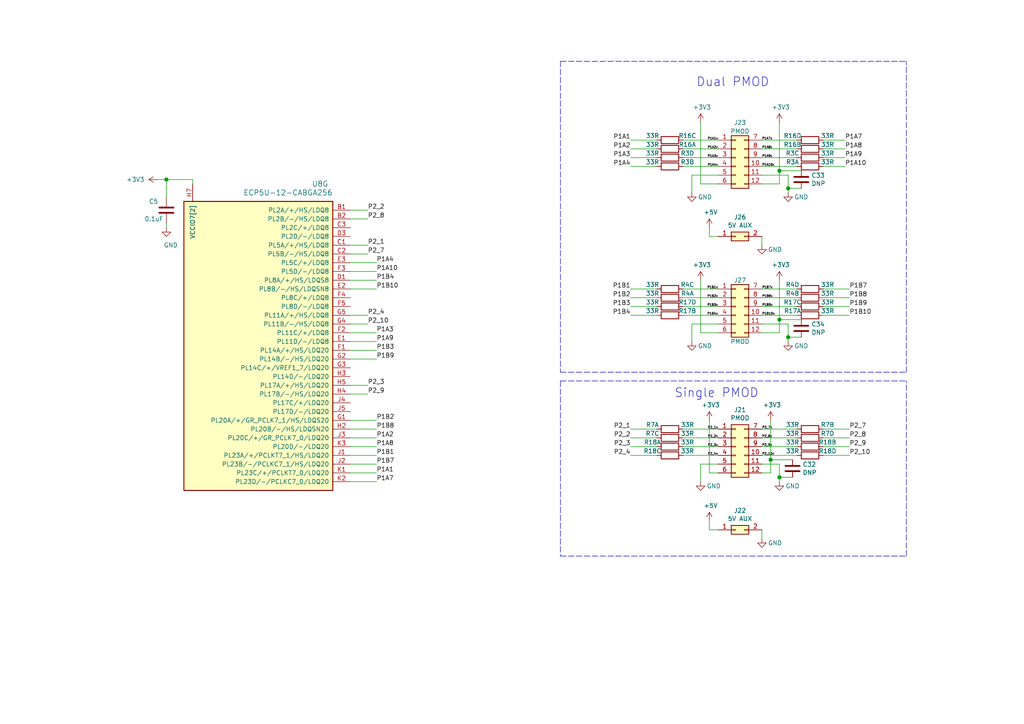
<source format=kicad_sch>
(kicad_sch (version 20201015) (generator eeschema)
  (paper "A4")
  (title_block (title "ECPBreaker") (date "2020-12-28") (rev "V0.1") (company "GsD") (comment 1 "2020 (C) Greg Davill  <greg.davill@gmail.com>") (comment 3 "License: CC-BY-SA V4.0"))
  (lib_symbols
    (symbol "Connector_Generic:Conn_02x01" (pin_names (offset 1.016) hide)
      (property "Reference" "J" (at 1.27 2.54 0))
      (property "Value" "Conn_02x01" (at 1.27 -2.54 0))
      (symbol "Conn_02x01_1_1"
        (rectangle (start -1.27 0.127) (end 0 -0.127) (stroke (width 0.1524)))
        (rectangle (start -1.27 1.27) (end 3.81 -1.27) (stroke (width 0.254)) (fill (type background)))
        (rectangle (start 3.81 0.127) (end 2.54 -0.127) (stroke (width 0.1524)))
        (pin passive line (at -5.08 0 0) (length 3.81) (name "Pin_1") (number "1"))
        (pin passive line (at 7.62 0 180) (length 3.81) (name "Pin_2") (number "2"))
      )
    )
    (symbol "Connector_Generic:Conn_02x06_Top_Bottom" (pin_names (offset 1.016) hide)
      (property "Reference" "J" (at 1.27 7.62 0))
      (property "Value" "Conn_02x06_Top_Bottom" (at 1.27 -10.16 0))
      (symbol "Conn_02x06_Top_Bottom_1_1"
        (rectangle (start -1.27 -4.953) (end 0 -5.207) (stroke (width 0.1524)))
        (rectangle (start -1.27 -7.493) (end 0 -7.747) (stroke (width 0.1524)))
        (rectangle (start -1.27 -2.413) (end 0 -2.667) (stroke (width 0.1524)))
        (rectangle (start -1.27 2.667) (end 0 2.413) (stroke (width 0.1524)))
        (rectangle (start -1.27 5.207) (end 0 4.953) (stroke (width 0.1524)))
        (rectangle (start -1.27 6.35) (end 3.81 -8.89) (stroke (width 0.254)) (fill (type background)))
        (rectangle (start -1.27 0.127) (end 0 -0.127) (stroke (width 0.1524)))
        (rectangle (start 3.81 -4.953) (end 2.54 -5.207) (stroke (width 0.1524)))
        (rectangle (start 3.81 -7.493) (end 2.54 -7.747) (stroke (width 0.1524)))
        (rectangle (start 3.81 -2.413) (end 2.54 -2.667) (stroke (width 0.1524)))
        (rectangle (start 3.81 2.667) (end 2.54 2.413) (stroke (width 0.1524)))
        (rectangle (start 3.81 5.207) (end 2.54 4.953) (stroke (width 0.1524)))
        (rectangle (start 3.81 0.127) (end 2.54 -0.127) (stroke (width 0.1524)))
        (pin passive line (at -5.08 5.08 0) (length 3.81) (name "Pin_1") (number "1"))
        (pin passive line (at 7.62 -2.54 180) (length 3.81) (name "Pin_10") (number "10"))
        (pin passive line (at 7.62 -5.08 180) (length 3.81) (name "Pin_11") (number "11"))
        (pin passive line (at 7.62 -7.62 180) (length 3.81) (name "Pin_12") (number "12"))
        (pin passive line (at -5.08 2.54 0) (length 3.81) (name "Pin_2") (number "2"))
        (pin passive line (at -5.08 0 0) (length 3.81) (name "Pin_3") (number "3"))
        (pin passive line (at -5.08 -2.54 0) (length 3.81) (name "Pin_4") (number "4"))
        (pin passive line (at -5.08 -5.08 0) (length 3.81) (name "Pin_5") (number "5"))
        (pin passive line (at -5.08 -7.62 0) (length 3.81) (name "Pin_6") (number "6"))
        (pin passive line (at 7.62 5.08 180) (length 3.81) (name "Pin_7") (number "7"))
        (pin passive line (at 7.62 2.54 180) (length 3.81) (name "Pin_8") (number "8"))
        (pin passive line (at 7.62 0 180) (length 3.81) (name "Pin_9") (number "9"))
      )
    )
    (symbol "Device:C" (pin_numbers hide) (pin_names (offset 0.254))
      (property "Reference" "C" (at 0.635 2.54 0))
      (property "Value" "C" (at 0.635 -2.54 0))
      (symbol "C_0_1"
        (polyline (pts (xy -2.032 -0.762) (xy 2.032 -0.762)) (stroke (width 0.508)))
        (polyline (pts (xy -2.032 0.762) (xy 2.032 0.762)) (stroke (width 0.508)))
      )
      (symbol "C_1_1"
        (pin passive line (at 0 3.81 270) (length 2.794) (name "~") (number "1"))
        (pin passive line (at 0 -3.81 90) (length 2.794) (name "~") (number "2"))
      )
    )
    (symbol "Device:R_Pack04_Split" (pin_numbers hide) (pin_names (offset 0))
      (property "Reference" "R" (at 2.032 0 90))
      (property "Value" "R_Pack04_Split" (at 0 0 90))
      (symbol "R_Pack04_Split_0_1"
        (rectangle (start -1.016 -2.54) (end 1.016 2.54) (stroke (width 0.254)))
      )
      (symbol "R_Pack04_Split_1_1"
        (pin passive line (at 0 -3.81 90) (length 1.27) (name "~") (number "1"))
        (pin passive line (at 0 3.81 270) (length 1.27) (name "~") (number "8"))
      )
      (symbol "R_Pack04_Split_2_1"
        (pin passive line (at 0 -3.81 90) (length 1.27) (name "~") (number "2"))
        (pin passive line (at 0 3.81 270) (length 1.27) (name "~") (number "7"))
      )
      (symbol "R_Pack04_Split_3_1"
        (pin passive line (at 0 -3.81 90) (length 1.27) (name "~") (number "3"))
        (pin passive line (at 0 3.81 270) (length 1.27) (name "~") (number "6"))
      )
      (symbol "R_Pack04_Split_4_1"
        (pin passive line (at 0 -3.81 90) (length 1.27) (name "~") (number "4"))
        (pin passive line (at 0 3.81 270) (length 1.27) (name "~") (number "5"))
      )
    )
    (symbol "gsd-kicad:ECP5U-12-CABGA256" (pin_names (offset 1.016))
      (property "Reference" "U" (at 3.81 6.35 0))
      (property "Value" "ECP5U-12-CABGA256" (at 3.81 3.81 0))
      (symbol "ECP5U-12-CABGA256_1_1"
        (rectangle (start 5.08 17.78) (end 12.7 -10.16) (stroke (width 0.3048)) (fill (type background)))
        (pin power_in line (at 7.62 -15.24 90) (length 5.08) (name "GND[27]") (number "A16"))
        (pin power_in line (at 7.62 -15.24 90) (length 5.08) (name "GND[27]") (number "H16"))
        (pin power_in line (at 7.62 -15.24 90) (length 5.08) (name "GND[27]") (number "T16"))
        (pin power_in line (at 7.62 -15.24 90) (length 5.08) (name "GND[27]") (number "D15"))
        (pin power_in line (at 7.62 -15.24 90) (length 5.08) (name "GND[27]") (number "N15"))
        (pin power_in line (at 7.62 -15.24 90) (length 5.08) (name "GND[27]") (number "T12"))
        (pin power_in line (at 7.62 -15.24 90) (length 5.08) (name "GND[27]") (number "G10"))
        (pin power_in line (at 7.62 -15.24 90) (length 5.08) (name "GND[27]") (number "H10"))
        (pin power_in line (at 7.62 -15.24 90) (length 5.08) (name "GND[27]") (number "J10"))
        (pin power_in line (at 7.62 -15.24 90) (length 5.08) (name "GND[27]") (number "K10"))
        (pin power_in line (at 7.62 -15.24 90) (length 5.08) (name "GND[27]") (number "F9"))
        (pin power_in line (at 7.62 -15.24 90) (length 5.08) (name "GND[27]") (number "H9"))
        (pin power_in line (at 7.62 -15.24 90) (length 5.08) (name "GND[27]") (number "J9"))
        (pin power_in line (at 7.62 -15.24 90) (length 5.08) (name "GND[27]") (number "K9"))
        (pin power_in line (at 7.62 -15.24 90) (length 5.08) (name "GND[27]") (number "F8"))
        (pin power_in line (at 7.62 -15.24 90) (length 5.08) (name "GND[27]") (number "G8"))
        (pin power_in line (at 7.62 -15.24 90) (length 5.08) (name "GND[27]") (number "H8"))
        (pin power_in line (at 7.62 -15.24 90) (length 5.08) (name "GND[27]") (number "J8"))
        (pin power_in line (at 7.62 -15.24 90) (length 5.08) (name "GND[27]") (number "K8"))
        (pin power_in line (at 7.62 -15.24 90) (length 5.08) (name "GND[27]") (number "K7"))
        (pin power_in line (at 7.62 -15.24 90) (length 5.08) (name "GND[27]") (number "K6"))
        (pin power_in line (at 7.62 -15.24 90) (length 5.08) (name "GND[27]") (number "T5"))
        (pin power_in line (at 7.62 -15.24 90) (length 5.08) (name "GND[27]") (number "D2"))
        (pin power_in line (at 7.62 -15.24 90) (length 5.08) (name "GND[27]") (number "N2"))
        (pin power_in line (at 7.62 -15.24 90) (length 5.08) (name "GND[27]") (number "A1"))
        (pin power_in line (at 7.62 -15.24 90) (length 5.08) (name "GND[27]") (number "H1"))
        (pin power_in line (at 7.62 -15.24 90) (length 5.08) (name "GND[27]") (number "T1"))
        (pin power_in line (at 10.16 22.86 270) (length 5.08) (name "VCC[6]") (number "L10"))
        (pin power_in line (at 10.16 22.86 270) (length 5.08) (name "VCC[6]") (number "G9"))
        (pin power_in line (at 10.16 22.86 270) (length 5.08) (name "VCC[6]") (number "L9"))
        (pin power_in line (at 10.16 22.86 270) (length 5.08) (name "VCC[6]") (number "L8"))
        (pin power_in line (at 10.16 22.86 270) (length 5.08) (name "VCC[6]") (number "G7"))
        (pin power_in line (at 10.16 22.86 270) (length 5.08) (name "VCC[6]") (number "G6"))
        (pin power_in line (at 7.62 22.86 270) (length 5.08) (name "VCCAUX[2]") (number "G11"))
        (pin power_in line (at 7.62 22.86 270) (length 5.08) (name "VCCAUX[2]") (number "L7"))
      )
      (symbol "ECP5U-12-CABGA256_2_1"
        (rectangle (start 5.08 2.54) (end 35.56 -60.96) (stroke (width 0.3048)) (fill (type background)))
        (pin bidirectional line (at 0 0 0) (length 5.08) (name "PT4A/+") (number "A2"))
        (pin bidirectional line (at 0 -2.54 0) (length 5.08) (name "PT4B/-") (number "B3"))
        (pin bidirectional line (at 0 -5.08 0) (length 5.08) (name "PT6A/+") (number "A3"))
        (pin bidirectional line (at 0 -7.62 0) (length 5.08) (name "PT6B/-") (number "A4"))
        (pin bidirectional line (at 0 -10.16 0) (length 5.08) (name "PT9A/+") (number "E4"))
        (pin bidirectional line (at 0 -12.7 0) (length 5.08) (name "PT9B/-") (number "D4"))
        (pin bidirectional line (at 0 -15.24 0) (length 5.08) (name "PT11A/+") (number "C4"))
        (pin bidirectional line (at 0 -17.78 0) (length 5.08) (name "PT11B/-") (number "B4"))
        (pin bidirectional line (at 0 -20.32 0) (length 5.08) (name "PT13A/+") (number "E5"))
        (pin bidirectional line (at 0 -22.86 0) (length 5.08) (name "PT13B/-") (number "D5"))
        (pin bidirectional line (at 0 -25.4 0) (length 5.08) (name "PT15A/+") (number "C5"))
        (pin bidirectional line (at 0 -27.94 0) (length 5.08) (name "PT15B/-") (number "B5"))
        (pin bidirectional line (at 0 -30.48 0) (length 5.08) (name "PT18A/+") (number "A5"))
        (pin bidirectional line (at 0 -33.02 0) (length 5.08) (name "PT18B/-") (number "A6"))
        (pin bidirectional line (at 0 -35.56 0) (length 5.08) (name "PT20A/+") (number "E6"))
        (pin bidirectional line (at 0 -38.1 0) (length 5.08) (name "PT20B/-") (number "D6"))
        (pin bidirectional line (at 0 -40.64 0) (length 5.08) (name "PT22A/+") (number "C6"))
        (pin bidirectional line (at 0 -43.18 0) (length 5.08) (name "PT22B/-") (number "B6"))
        (pin bidirectional line (at 0 -45.72 0) (length 5.08) (name "PT24A/+/GR_PCLK0_1") (number "E7"))
        (pin bidirectional line (at 0 -48.26 0) (length 5.08) (name "PT24B/-/GR_PCLK0_0") (number "D7"))
        (pin bidirectional line (at 0 -50.8 0) (length 5.08) (name "PT27A/+/PCLKT0_1") (number "C7"))
        (pin bidirectional line (at 0 -53.34 0) (length 5.08) (name "PT27B/-/PCLKC0_1") (number "B7"))
        (pin bidirectional line (at 0 -55.88 0) (length 5.08) (name "PT29A/+/PCLKT0_0") (number "A7"))
        (pin bidirectional line (at 0 -58.42 0) (length 5.08) (name "PT29B/-/PCLKC0_0") (number "A8"))
        (pin power_in line (at 33.02 7.62 270) (length 5.08) (name "VCCIO0[2]") (number "F7"))
        (pin power_in line (at 33.02 7.62 270) (length 5.08) (name "VCCIO0[2]") (number "F6"))
      )
      (symbol "ECP5U-12-CABGA256_3_1"
        (rectangle (start 5.08 2.54) (end 35.56 -81.28) (stroke (width 0.3048)) (fill (type background)))
        (pin bidirectional line (at 0 0 0) (length 5.08) (name "PT33A/+/PCLKT1_1") (number "E8"))
        (pin bidirectional line (at 0 -2.54 0) (length 5.08) (name "PT33B/-/PCLKC1_1") (number "D8"))
        (pin bidirectional line (at 0 -5.08 0) (length 5.08) (name "PT35A/+/PCLKT1_0") (number "C8"))
        (pin bidirectional line (at 0 -7.62 0) (length 5.08) (name "PT35B/-/PCLKC1_0") (number "B8"))
        (pin bidirectional line (at 0 -10.16 0) (length 5.08) (name "PT38A/+/GR_PCLK1_0") (number "B9"))
        (pin bidirectional line (at 0 -12.7 0) (length 5.08) (name "PT38B/-/GR_PCLK1_1") (number "C9"))
        (pin bidirectional line (at 0 -15.24 0) (length 5.08) (name "PT40A/+") (number "D9"))
        (pin bidirectional line (at 0 -17.78 0) (length 5.08) (name "PT40B/-") (number "E9"))
        (pin bidirectional line (at 0 -20.32 0) (length 5.08) (name "PT42A/+") (number "A9"))
        (pin bidirectional line (at 0 -22.86 0) (length 5.08) (name "PT42B/-") (number "A10"))
        (pin bidirectional line (at 0 -25.4 0) (length 5.08) (name "PT44A/+") (number "B10"))
        (pin bidirectional line (at 0 -27.94 0) (length 5.08) (name "PT44B/-") (number "C10"))
        (pin bidirectional line (at 0 -30.48 0) (length 5.08) (name "PT47A/+") (number "D10"))
        (pin bidirectional line (at 0 -33.02 0) (length 5.08) (name "PT47B/-") (number "E10"))
        (pin bidirectional line (at 0 -35.56 0) (length 5.08) (name "PT49A/+") (number "B11"))
        (pin bidirectional line (at 0 -38.1 0) (length 5.08) (name "PT49B/-") (number "C11"))
        (pin bidirectional line (at 0 -40.64 0) (length 5.08) (name "PT51A/+") (number "D11"))
        (pin bidirectional line (at 0 -43.18 0) (length 5.08) (name "PT51B/-") (number "E11"))
        (pin bidirectional line (at 0 -45.72 0) (length 5.08) (name "PT53A/+") (number "A11"))
        (pin bidirectional line (at 0 -48.26 0) (length 5.08) (name "PT53B/-") (number "A12"))
        (pin bidirectional line (at 0 -50.8 0) (length 5.08) (name "PT56A/+") (number "B12"))
        (pin bidirectional line (at 0 -53.34 0) (length 5.08) (name "PT56B/-") (number "C12"))
        (pin bidirectional line (at 0 -55.88 0) (length 5.08) (name "PT58A/+") (number "D12"))
        (pin bidirectional line (at 0 -58.42 0) (length 5.08) (name "PT58B/-") (number "E12"))
        (pin bidirectional line (at 0 -60.96 0) (length 5.08) (name "PT60A/+") (number "B13"))
        (pin bidirectional line (at 0 -63.5 0) (length 5.08) (name "PT60B/-") (number "C13"))
        (pin bidirectional line (at 0 -66.04 0) (length 5.08) (name "PT62A/+") (number "D13"))
        (pin bidirectional line (at 0 -68.58 0) (length 5.08) (name "PT62B/-") (number "E13"))
        (pin bidirectional line (at 0 -71.12 0) (length 5.08) (name "PT65A/+") (number "A13"))
        (pin bidirectional line (at 0 -73.66 0) (length 5.08) (name "PT65B/-") (number "A14"))
        (pin bidirectional line (at 0 -76.2 0) (length 5.08) (name "PT67A/+") (number "B14"))
        (pin bidirectional line (at 0 -78.74 0) (length 5.08) (name "PT67B/-") (number "A15"))
        (pin power_in line (at 33.02 7.62 270) (length 5.08) (name "VCCIO1[2]") (number "F11"))
        (pin power_in line (at 33.02 7.62 270) (length 5.08) (name "VCCIO1[2]") (number "F10"))
      )
      (symbol "ECP5U-12-CABGA256_4_1"
        (rectangle (start 5.08 2.54) (end 48.26 -81.28) (stroke (width 0.3048)) (fill (type background)))
        (pin bidirectional line (at 0 0 0) (length 5.08) (name "PR2A/+/HS/RDQ8") (number "B16"))
        (pin bidirectional line (at 0 -2.54 0) (length 5.08) (name "PR2B/-/S0_IN/HS/RDQ8") (number "B15"))
        (pin bidirectional line (at 0 -5.08 0) (length 5.08) (name "PR2C/+/RDQ8") (number "C14"))
        (pin bidirectional line (at 0 -7.62 0) (length 5.08) (name "PR2D/-/RDQ8") (number "D14"))
        (pin bidirectional line (at 0 -10.16 0) (length 5.08) (name "PR5A/+/HS/RDQ8") (number "C16"))
        (pin bidirectional line (at 0 -12.7 0) (length 5.08) (name "PR5B/-/HS/RDQ8") (number "C15"))
        (pin bidirectional line (at 0 -15.24 0) (length 5.08) (name "PR5C/+/RDQ8") (number "E14"))
        (pin bidirectional line (at 0 -17.78 0) (length 5.08) (name "PR5D/-/RDQ8") (number "F14"))
        (pin bidirectional line (at 0 -20.32 0) (length 5.08) (name "PR8A/+/HS/RDQS8") (number "D16"))
        (pin bidirectional line (at 0 -22.86 0) (length 5.08) (name "PR8B/-/HS/RDQSN8") (number "E15"))
        (pin bidirectional line (at 0 -25.4 0) (length 5.08) (name "PR8C/+/RDQ8") (number "F13"))
        (pin bidirectional line (at 0 -27.94 0) (length 5.08) (name "PR8D/-/RDQ8") (number "F12"))
        (pin bidirectional line (at 0 -30.48 0) (length 5.08) (name "PR11A/+/HS/RDQ8") (number "G12"))
        (pin bidirectional line (at 0 -33.02 0) (length 5.08) (name "PR11B/-/HS/RDQ8") (number "G13"))
        (pin bidirectional line (at 0 -35.56 0) (length 5.08) (name "PR11C/+/RDQ8") (number "F15"))
        (pin bidirectional line (at 0 -38.1 0) (length 5.08) (name "PR11D/-/RDQ8") (number "E16"))
        (pin bidirectional line (at 0 -40.64 0) (length 5.08) (name "PR14A/+/HS/RDQ20") (number "F16"))
        (pin bidirectional line (at 0 -43.18 0) (length 5.08) (name "PR14B/-/HS/RDQ20") (number "G15"))
        (pin bidirectional line (at 0 -45.72 0) (length 5.08) (name "PR14C/+/VREF1_2/RDQ20") (number "G14"))
        (pin bidirectional line (at 0 -48.26 0) (length 5.08) (name "PR14D/-/RDQ20") (number "H14"))
        (pin bidirectional line (at 0 -50.8 0) (length 5.08) (name "PR17A/+/HS/RDQ20") (number "H12"))
        (pin bidirectional line (at 0 -53.34 0) (length 5.08) (name "PR17B/-/HS/RDQ20") (number "H13"))
        (pin bidirectional line (at 0 -55.88 0) (length 5.08) (name "PR17C/+/RDQ20") (number "J13"))
        (pin bidirectional line (at 0 -58.42 0) (length 5.08) (name "PR17D/-/RDQ20") (number "J12"))
        (pin bidirectional line (at 0 -60.96 0) (length 5.08) (name "PR20A/+/GR_PCLK2_1/HS/RDQS20") (number "G16"))
        (pin bidirectional line (at 0 -63.5 0) (length 5.08) (name "PR20B/-/HS/RDQSN20") (number "H15"))
        (pin bidirectional line (at 0 -66.04 0) (length 5.08) (name "PR20C/+/GR_PCLK2_0/RDQ20") (number "J14"))
        (pin bidirectional line (at 0 -68.58 0) (length 5.08) (name "PR20D/-/RDQ20") (number "K14"))
        (pin bidirectional line (at 0 -71.12 0) (length 5.08) (name "PR23A/+/PCLKT2_1/HS/RDQ20") (number "J16"))
        (pin bidirectional line (at 0 -73.66 0) (length 5.08) (name "PR23B/-/PCLKC2_1/HS/RDQ20") (number "J15"))
        (pin bidirectional line (at 0 -76.2 0) (length 5.08) (name "PR23C/+/PCLKT2_0/RDQ20") (number "K16"))
        (pin bidirectional line (at 0 -78.74 0) (length 5.08) (name "PR23D/-/PCLKC2_0/RDQ20") (number "K15"))
        (pin power_in line (at 45.72 7.62 270) (length 5.08) (name "VCCIO2[2]") (number "H11"))
        (pin power_in line (at 45.72 7.62 270) (length 5.08) (name "VCCIO2[2]") (number "J11"))
      )
      (symbol "ECP5U-12-CABGA256_5_1"
        (rectangle (start 5.08 2.54) (end 48.26 -81.28) (stroke (width 0.3048)) (fill (type background)))
        (pin bidirectional line (at 0 0 0) (length 5.08) (name "PR26A/+/PCLKT3_1/HS/RDQ32") (number "L16"))
        (pin bidirectional line (at 0 -2.54 0) (length 5.08) (name "PR26B/-/PCLKC3_1/HS/RDQ32") (number "L15"))
        (pin bidirectional line (at 0 -5.08 0) (length 5.08) (name "PR26C/+/PCLKT3_0/RDQ32") (number "M16"))
        (pin bidirectional line (at 0 -7.62 0) (length 5.08) (name "PR26D/-/PCLKC3_0/RDQ32") (number "M15"))
        (pin bidirectional line (at 0 -10.16 0) (length 5.08) (name "PR29A/+/GR_PCLK3_0/HS/RDQ32") (number "K13"))
        (pin bidirectional line (at 0 -12.7 0) (length 5.08) (name "PR29B/-/HS/RDQ32") (number "K12"))
        (pin bidirectional line (at 0 -15.24 0) (length 5.08) (name "PR29C/+/GR_PCLK3_1/RDQ32") (number "L13"))
        (pin bidirectional line (at 0 -17.78 0) (length 5.08) (name "PR29D/-/RDQ32") (number "L12"))
        (pin bidirectional line (at 0 -20.32 0) (length 5.08) (name "PR32A/+/HS/RDQS32") (number "N16"))
        (pin bidirectional line (at 0 -22.86 0) (length 5.08) (name "PR32B/-/HS/RDQSN32") (number "P15"))
        (pin bidirectional line (at 0 -25.4 0) (length 5.08) (name "PR32C/+/RDQ32") (number "L14"))
        (pin bidirectional line (at 0 -27.94 0) (length 5.08) (name "PR32D/-/RDQ32") (number "M14"))
        (pin bidirectional line (at 0 -30.48 0) (length 5.08) (name "PR35A/+/HS/RDQ32") (number "P16"))
        (pin bidirectional line (at 0 -33.02 0) (length 5.08) (name "PR35B/-/VREF1_3/HS/RDQ32") (number "R16"))
        (pin bidirectional line (at 0 -35.56 0) (length 5.08) (name "PR35C/+/RDQ32") (number "M13"))
        (pin bidirectional line (at 0 -38.1 0) (length 5.08) (name "PR35D/-/RDQ32") (number "N14"))
        (pin bidirectional line (at 0 -40.64 0) (length 5.08) (name "PR38A/+/HS/RDQ44") (number "N13"))
        (pin bidirectional line (at 0 -43.18 0) (length 5.08) (name "PR38B/-/HS/RDQ44") (number "P14"))
        (pin bidirectional line (at 0 -45.72 0) (length 5.08) (name "PR38C/+/RDQ44") (number "R15"))
        (pin bidirectional line (at 0 -48.26 0) (length 5.08) (name "PR38D/-/RDQ44") (number "T15"))
        (pin bidirectional line (at 0 -50.8 0) (length 5.08) (name "PR41A/+/HS/RDQ44") (number "P13"))
        (pin bidirectional line (at 0 -53.34 0) (length 5.08) (name "PR41B/-/HS/RDQ44") (number "R14"))
        (pin bidirectional line (at 0 -55.88 0) (length 5.08) (name "PR41C/+/RDQ44") (number "R13"))
        (pin bidirectional line (at 0 -58.42 0) (length 5.08) (name "PR41D/-/RDQ44") (number "T14"))
        (pin bidirectional line (at 0 -60.96 0) (length 5.08) (name "PR44A/+/HS/RDQS44") (number "R12"))
        (pin bidirectional line (at 0 -63.5 0) (length 5.08) (name "PR44B/-/HS/RDQSN44") (number "T13"))
        (pin bidirectional line (at 0 -66.04 0) (length 5.08) (name "PR44C/+/RDQ44") (number "M12"))
        (pin bidirectional line (at 0 -68.58 0) (length 5.08) (name "PR44D/-/RDQ44") (number "N12"))
        (pin bidirectional line (at 0 -71.12 0) (length 5.08) (name "PR47A/+/HS/RDQ44") (number "M11"))
        (pin bidirectional line (at 0 -73.66 0) (length 5.08) (name "PR47B/-/HS/RDQ44") (number "N11"))
        (pin bidirectional line (at 0 -76.2 0) (length 5.08) (name "PR47C/+/LRC_GPLL0T_IN/RDQ44") (number "P11"))
        (pin bidirectional line (at 0 -78.74 0) (length 5.08) (name "PR47D/-/LRC_GPLL0C_IN/RDQ44") (number "P12"))
        (pin power_in line (at 45.72 7.62 270) (length 5.08) (name "VCCIO3[2]") (number "K11"))
        (pin power_in line (at 45.72 7.62 270) (length 5.08) (name "VCCIO3[2]") (number "L11"))
      )
      (symbol "ECP5U-12-CABGA256_6_1"
        (rectangle (start 5.08 2.54) (end 48.26 -81.28) (stroke (width 0.3048)) (fill (type background)))
        (pin bidirectional line (at 0 0 0) (length 5.08) (name "PL26A/+/PCLKT6_1/HS/LDQ32") (number "L1"))
        (pin bidirectional line (at 0 -2.54 0) (length 5.08) (name "PL26B/-/PCLKC6_1/HS/LDQ32") (number "L2"))
        (pin bidirectional line (at 0 -5.08 0) (length 5.08) (name "PL26C/+/PCLKT6_0/LDQ32") (number "M1"))
        (pin bidirectional line (at 0 -7.62 0) (length 5.08) (name "PL26D/-/PCLKC6_0/LDQ32") (number "M2"))
        (pin bidirectional line (at 0 -10.16 0) (length 5.08) (name "PL29A/+/GR_PCLK6_0/HS/LDQ32") (number "K4"))
        (pin bidirectional line (at 0 -12.7 0) (length 5.08) (name "PL29B/-/HS/LDQ32") (number "K5"))
        (pin bidirectional line (at 0 -15.24 0) (length 5.08) (name "PL29C/+/GR_PCLK6_1/LDQ32") (number "L4"))
        (pin bidirectional line (at 0 -17.78 0) (length 5.08) (name "PL29D/-/LDQ32") (number "L5"))
        (pin bidirectional line (at 0 -20.32 0) (length 5.08) (name "PL32A/+/HS/LDQS32") (number "N1"))
        (pin bidirectional line (at 0 -22.86 0) (length 5.08) (name "PL32B/-/HS/LDQSN32") (number "P2"))
        (pin bidirectional line (at 0 -25.4 0) (length 5.08) (name "PL32C/+/LDQ32") (number "L3"))
        (pin bidirectional line (at 0 -27.94 0) (length 5.08) (name "PL32D/-/LDQ32") (number "M3"))
        (pin bidirectional line (at 0 -30.48 0) (length 5.08) (name "PL35A/+/HS/LDQ32") (number "P1"))
        (pin bidirectional line (at 0 -33.02 0) (length 5.08) (name "PL35B/-/VREF1_6/HS/LDQ32") (number "R1"))
        (pin bidirectional line (at 0 -35.56 0) (length 5.08) (name "PL35C/+/LDQ32") (number "M4"))
        (pin bidirectional line (at 0 -38.1 0) (length 5.08) (name "PL35D/-/LDQ32") (number "N3"))
        (pin bidirectional line (at 0 -40.64 0) (length 5.08) (name "PL38A/+/HS/LDQ44") (number "N4"))
        (pin bidirectional line (at 0 -43.18 0) (length 5.08) (name "PL38B/-/HS/LDQ44") (number "P3"))
        (pin bidirectional line (at 0 -45.72 0) (length 5.08) (name "PL38C/+/LDQ44") (number "R2"))
        (pin bidirectional line (at 0 -48.26 0) (length 5.08) (name "PL38D/-/LDQ44") (number "T2"))
        (pin bidirectional line (at 0 -50.8 0) (length 5.08) (name "PL41A/+/HS/LDQ44") (number "P4"))
        (pin bidirectional line (at 0 -53.34 0) (length 5.08) (name "PL41B/-/HS/LDQ44") (number "R3"))
        (pin bidirectional line (at 0 -55.88 0) (length 5.08) (name "PL41C/+/LDQ44") (number "R4"))
        (pin bidirectional line (at 0 -58.42 0) (length 5.08) (name "PL41D/-/LDQ44") (number "T3"))
        (pin bidirectional line (at 0 -60.96 0) (length 5.08) (name "PL44A/+/HS/LDQS44") (number "R5"))
        (pin bidirectional line (at 0 -63.5 0) (length 5.08) (name "PL44B/-/HS/LDQSN44") (number "T4"))
        (pin bidirectional line (at 0 -66.04 0) (length 5.08) (name "PL44C/+/LDQ44") (number "M5"))
        (pin bidirectional line (at 0 -68.58 0) (length 5.08) (name "PL44D/-/LDQ44") (number "N5"))
        (pin bidirectional line (at 0 -71.12 0) (length 5.08) (name "PL47A/+/HS/LDQ44") (number "M6"))
        (pin bidirectional line (at 0 -73.66 0) (length 5.08) (name "PL47B/-/HS/LDQ44") (number "N6"))
        (pin bidirectional line (at 0 -76.2 0) (length 5.08) (name "PL47C/+/LLC_GPLL0T_IN/LDQ44") (number "P6"))
        (pin bidirectional line (at 0 -78.74 0) (length 5.08) (name "PL47D/-/LLC_GPLL0C_IN/LDQ44") (number "P5"))
        (pin power_in line (at 45.72 7.62 270) (length 5.08) (name "VCCIO6[2]") (number "J7"))
        (pin power_in line (at 45.72 7.62 270) (length 5.08) (name "VCCIO6[2]") (number "J6"))
      )
      (symbol "ECP5U-12-CABGA256_7_1"
        (rectangle (start 5.08 2.54) (end 48.26 -81.28) (stroke (width 0.3048)) (fill (type background)))
        (pin bidirectional line (at 0 0 0) (length 5.08) (name "PL2A/+/HS/LDQ8") (number "B1"))
        (pin bidirectional line (at 0 -2.54 0) (length 5.08) (name "PL2B/-/HS/LDQ8") (number "B2"))
        (pin bidirectional line (at 0 -5.08 0) (length 5.08) (name "PL2C/+/LDQ8") (number "C3"))
        (pin bidirectional line (at 0 -7.62 0) (length 5.08) (name "PL2D/-/LDQ8") (number "D3"))
        (pin bidirectional line (at 0 -10.16 0) (length 5.08) (name "PL5A/+/HS/LDQ8") (number "C1"))
        (pin bidirectional line (at 0 -12.7 0) (length 5.08) (name "PL5B/-/HS/LDQ8") (number "C2"))
        (pin bidirectional line (at 0 -15.24 0) (length 5.08) (name "PL5C/+/LDQ8") (number "E3"))
        (pin bidirectional line (at 0 -17.78 0) (length 5.08) (name "PL5D/-/LDQ8") (number "F3"))
        (pin bidirectional line (at 0 -20.32 0) (length 5.08) (name "PL8A/+/HS/LDQS8") (number "D1"))
        (pin bidirectional line (at 0 -22.86 0) (length 5.08) (name "PL8B/-/HS/LDQSN8") (number "E2"))
        (pin bidirectional line (at 0 -25.4 0) (length 5.08) (name "PL8C/+/LDQ8") (number "F4"))
        (pin bidirectional line (at 0 -27.94 0) (length 5.08) (name "PL8D/-/LDQ8") (number "F5"))
        (pin bidirectional line (at 0 -30.48 0) (length 5.08) (name "PL11A/+/HS/LDQ8") (number "G5"))
        (pin bidirectional line (at 0 -33.02 0) (length 5.08) (name "PL11B/-/HS/LDQ8") (number "G4"))
        (pin bidirectional line (at 0 -35.56 0) (length 5.08) (name "PL11C/+/LDQ8") (number "F2"))
        (pin bidirectional line (at 0 -38.1 0) (length 5.08) (name "PL11D/-/LDQ8") (number "E1"))
        (pin bidirectional line (at 0 -40.64 0) (length 5.08) (name "PL14A/+/HS/LDQ20") (number "F1"))
        (pin bidirectional line (at 0 -43.18 0) (length 5.08) (name "PL14B/-/HS/LDQ20") (number "G2"))
        (pin bidirectional line (at 0 -45.72 0) (length 5.08) (name "PL14C/+/VREF1_7/LDQ20") (number "G3"))
        (pin bidirectional line (at 0 -48.26 0) (length 5.08) (name "PL14D/-/LDQ20") (number "H3"))
        (pin bidirectional line (at 0 -50.8 0) (length 5.08) (name "PL17A/+/HS/LDQ20") (number "H5"))
        (pin bidirectional line (at 0 -53.34 0) (length 5.08) (name "PL17B/-/HS/LDQ20") (number "H4"))
        (pin bidirectional line (at 0 -55.88 0) (length 5.08) (name "PL17C/+/LDQ20") (number "J4"))
        (pin bidirectional line (at 0 -58.42 0) (length 5.08) (name "PL17D/-/LDQ20") (number "J5"))
        (pin bidirectional line (at 0 -60.96 0) (length 5.08) (name "PL20A/+/GR_PCLK7_1/HS/LDQS20") (number "G1"))
        (pin bidirectional line (at 0 -63.5 0) (length 5.08) (name "PL20B/-/HS/LDQSN20") (number "H2"))
        (pin bidirectional line (at 0 -66.04 0) (length 5.08) (name "PL20C/+/GR_PCLK7_0/LDQ20") (number "J3"))
        (pin bidirectional line (at 0 -68.58 0) (length 5.08) (name "PL20D/-/LDQ20") (number "K3"))
        (pin bidirectional line (at 0 -71.12 0) (length 5.08) (name "PL23A/+/PCLKT7_1/HS/LDQ20") (number "J1"))
        (pin bidirectional line (at 0 -73.66 0) (length 5.08) (name "PL23B/-/PCLKC7_1/HS/LDQ20") (number "J2"))
        (pin bidirectional line (at 0 -76.2 0) (length 5.08) (name "PL23C/+/PCLKT7_0/LDQ20") (number "K1"))
        (pin bidirectional line (at 0 -78.74 0) (length 5.08) (name "PL23D/-/PCLKC7_0/LDQ20") (number "K2"))
        (pin power_in line (at 45.72 7.62 270) (length 5.08) (name "VCCIO7[2]") (number "H7"))
        (pin power_in line (at 45.72 7.62 270) (length 5.08) (name "VCCIO7[2]") (number "H6"))
      )
      (symbol "ECP5U-12-CABGA256_8_1"
        (rectangle (start 5.08 2.54) (end 53.34 -50.8) (stroke (width 0.3048)) (fill (type background)))
        (pin bidirectional line (at 0 0 0) (length 5.08) (name "CCLK/MCLK/SCK") (number "N9"))
        (pin bidirectional line (at 0 -2.54 0) (length 5.08) (name "CFG_0") (number "N10"))
        (pin bidirectional line (at 0 -5.08 0) (length 5.08) (name "CFG_1") (number "P10"))
        (pin bidirectional line (at 0 -7.62 0) (length 5.08) (name "CFG_2") (number "R10"))
        (pin bidirectional line (at 0 -10.16 0) (length 5.08) (name "DONE") (number "P9"))
        (pin bidirectional line (at 0 -12.7 0) (length 5.08) (name "INITN") (number "T9"))
        (pin bidirectional line (at 0 -15.24 0) (length 5.08) (name "PB4A/+/D7/IO7") (number "T6"))
        (pin bidirectional line (at 0 -17.78 0) (length 5.08) (name "PB4B/-/D6/IO6") (number "R6"))
        (pin bidirectional line (at 0 -20.32 0) (length 5.08) (name "PB6A/+/D5/MISO2/IO5") (number "R7"))
        (pin bidirectional line (at 0 -22.86 0) (length 5.08) (name "PB6B/-/D4/MOSI2/IO4") (number "P7"))
        (pin bidirectional line (at 0 -25.4 0) (length 5.08) (name "PB9A/+/D3/IO3") (number "N7"))
        (pin bidirectional line (at 0 -27.94 0) (length 5.08) (name "PB9B/-/D2/IO2") (number "M7"))
        (pin bidirectional line (at 0 -30.48 0) (length 5.08) (name "PB11A/+/D1/MISO/IO1") (number "T7"))
        (pin bidirectional line (at 0 -33.02 0) (length 5.08) (name "PB11B/-/D0/MOSI/IO0") (number "T8"))
        (pin bidirectional line (at 0 -35.56 0) (length 5.08) (name "PB13A/+/SN/CSN") (number "R8"))
        (pin bidirectional line (at 0 -38.1 0) (length 5.08) (name "PB13B/-/CS1N") (number "P8"))
        (pin bidirectional line (at 0 -40.64 0) (length 5.08) (name "PB15A/+/HOLDN/DI/BUSY/CSSPIN/CEN") (number "N8"))
        (pin bidirectional line (at 0 -43.18 0) (length 5.08) (name "PB15B/-/DOUT/CSON") (number "M8"))
        (pin bidirectional line (at 0 -45.72 0) (length 5.08) (name "PB18A/WRITEN") (number "M9"))
        (pin bidirectional line (at 0 -48.26 0) (length 5.08) (name "PROGRAMN") (number "R9"))
        (pin power_in line (at 50.8 7.62 270) (length 5.08) (name "VCCIO8") (number "L6"))
      )
      (symbol "ECP5U-12-CABGA256_9_1"
        (rectangle (start 5.08 2.54) (end 12.7 -10.16) (stroke (width 0.3048)) (fill (type background)))
        (pin bidirectional line (at 0 0 0) (length 5.08) (name "TCK") (number "T10"))
        (pin bidirectional line (at 0 -2.54 0) (length 5.08) (name "TDI") (number "R11"))
        (pin bidirectional line (at 0 -5.08 0) (length 5.08) (name "TDO") (number "M10"))
        (pin bidirectional line (at 0 -7.62 0) (length 5.08) (name "TMS") (number "T11"))
      )
    )
    (symbol "icebreaker-rescue:pkl_C-pkl_device" (pin_numbers hide) (pin_names (offset 0.254))
      (property "Reference" "C" (at 0.635 2.54 0))
      (property "Value" "pkl_C-pkl_device" (at 0.635 -2.54 0))
      (symbol "pkl_C-pkl_device_0_1"
        (polyline (pts (xy -2.032 -0.762) (xy 2.032 -0.762)) (stroke (width 0.508)))
        (polyline (pts (xy -2.032 0.762) (xy 2.032 0.762)) (stroke (width 0.508)))
      )
      (symbol "pkl_C-pkl_device_1_1"
        (pin passive line (at 0 2.54 270) (length 1.524) (name "~") (number "1"))
        (pin passive line (at 0 -2.54 90) (length 1.524) (name "~") (number "2"))
      )
    )
    (symbol "power:+3V3" (power) (pin_names (offset 0))
      (property "Value" "+3V3" (at 0 3.556 0))
      (symbol "+3V3_0_1"
        (polyline (pts (xy -0.762 1.27) (xy 0 2.54)))
        (polyline (pts (xy 0 0) (xy 0 2.54)))
        (polyline (pts (xy 0 2.54) (xy 0.762 1.27)))
      )
      (symbol "+3V3_1_1"
        (pin power_in line (at 0 0 90) (length 0) hide (name "+3V3") (number "1"))
      )
    )
    (symbol "power:+5V" (power) (pin_names (offset 0))
      (property "Value" "+5V" (at 0 3.556 0))
      (symbol "+5V_0_1"
        (polyline (pts (xy -0.762 1.27) (xy 0 2.54)))
        (polyline (pts (xy 0 0) (xy 0 2.54)))
        (polyline (pts (xy 0 2.54) (xy 0.762 1.27)))
      )
      (symbol "+5V_1_1"
        (pin power_in line (at 0 0 90) (length 0) hide (name "+5V") (number "1"))
      )
    )
    (symbol "power:GND" (power) (pin_names (offset 0))
      (property "Value" "GND" (at 0 -3.81 0))
      (symbol "GND_0_1"
        (polyline (pts (xy 0 0) (xy 0 -1.27) (xy 1.27 -1.27) (xy 0 -2.54) (xy -1.27 -1.27) (xy 0 -1.27)))
      )
      (symbol "GND_1_1"
        (pin power_in line (at 0 0 270) (length 0) hide (name "GND") (number "1"))
      )
    )
  )
  (junction (at 48.26 52.07) (diameter 1.016))
  (junction (at 223.52 133.35) (diameter 1.016))
  (junction (at 226.06 49.53) (diameter 1.016))
  (junction (at 226.06 92.71) (diameter 1.016))
  (junction (at 226.06 138.43) (diameter 1.016))
  (junction (at 228.6 54.61) (diameter 1.016))
  (junction (at 228.6 97.79) (diameter 1.016))
  (wire (pts (xy 45.72 52.07) (xy 48.26 52.07)))
  (wire (pts (xy 48.26 52.07) (xy 48.26 57.15)))
  (wire (pts (xy 48.26 64.77) (xy 48.26 66.04)))
  (wire (pts (xy 55.88 52.07) (xy 48.26 52.07)))
  (wire (pts (xy 55.88 53.34) (xy 55.88 52.07)))
  (wire (pts (xy 101.6 60.96) (xy 106.68 60.96)))
  (wire (pts (xy 101.6 63.5) (xy 106.68 63.5)))
  (wire (pts (xy 101.6 71.12) (xy 106.68 71.12)))
  (wire (pts (xy 101.6 73.66) (xy 106.68 73.66)))
  (wire (pts (xy 101.6 76.2) (xy 109.22 76.2)))
  (wire (pts (xy 101.6 78.74) (xy 109.22 78.74)))
  (wire (pts (xy 101.6 81.28) (xy 109.22 81.28)))
  (wire (pts (xy 101.6 83.82) (xy 109.22 83.82)))
  (wire (pts (xy 101.6 91.44) (xy 106.68 91.44)))
  (wire (pts (xy 101.6 93.98) (xy 106.68 93.98)))
  (wire (pts (xy 101.6 96.52) (xy 109.22 96.52)))
  (wire (pts (xy 101.6 99.06) (xy 109.22 99.06)))
  (wire (pts (xy 101.6 101.6) (xy 109.22 101.6)))
  (wire (pts (xy 101.6 104.14) (xy 109.22 104.14)))
  (wire (pts (xy 101.6 111.76) (xy 106.68 111.76)))
  (wire (pts (xy 101.6 114.3) (xy 106.68 114.3)))
  (wire (pts (xy 101.6 121.92) (xy 109.22 121.92)))
  (wire (pts (xy 101.6 124.46) (xy 109.22 124.46)))
  (wire (pts (xy 101.6 127) (xy 109.22 127)))
  (wire (pts (xy 101.6 129.54) (xy 109.22 129.54)))
  (wire (pts (xy 101.6 132.08) (xy 109.22 132.08)))
  (wire (pts (xy 101.6 134.62) (xy 109.22 134.62)))
  (wire (pts (xy 101.6 137.16) (xy 109.22 137.16)))
  (wire (pts (xy 101.6 139.7) (xy 109.22 139.7)))
  (wire (pts (xy 190.5 40.64) (xy 182.88 40.64)))
  (wire (pts (xy 190.5 43.18) (xy 182.88 43.18)))
  (wire (pts (xy 190.5 45.72) (xy 182.88 45.72)))
  (wire (pts (xy 190.5 48.26) (xy 182.88 48.26)))
  (wire (pts (xy 190.5 83.82) (xy 182.88 83.82)))
  (wire (pts (xy 190.5 86.36) (xy 182.88 86.36)))
  (wire (pts (xy 190.5 88.9) (xy 182.88 88.9)))
  (wire (pts (xy 190.5 91.44) (xy 182.88 91.44)))
  (wire (pts (xy 190.5 124.46) (xy 182.88 124.46)))
  (wire (pts (xy 190.5 127) (xy 182.88 127)))
  (wire (pts (xy 190.5 129.54) (xy 182.88 129.54)))
  (wire (pts (xy 190.5 132.08) (xy 182.88 132.08)))
  (wire (pts (xy 198.12 124.46) (xy 208.28 124.46)))
  (wire (pts (xy 198.12 127) (xy 208.28 127)))
  (wire (pts (xy 198.12 129.54) (xy 208.28 129.54)))
  (wire (pts (xy 198.12 132.08) (xy 208.28 132.08)))
  (wire (pts (xy 200.66 50.8) (xy 200.66 55.88)))
  (wire (pts (xy 200.66 93.98) (xy 208.28 93.98)))
  (wire (pts (xy 200.66 99.06) (xy 200.66 93.98)))
  (wire (pts (xy 203.2 53.34) (xy 203.2 35.56)))
  (wire (pts (xy 203.2 96.52) (xy 203.2 81.28)))
  (wire (pts (xy 203.2 96.52) (xy 208.28 96.52)))
  (wire (pts (xy 203.2 134.62) (xy 208.28 134.62)))
  (wire (pts (xy 203.2 139.7) (xy 203.2 134.62)))
  (wire (pts (xy 205.74 68.58) (xy 205.74 66.04)))
  (wire (pts (xy 205.74 137.16) (xy 205.74 121.92)))
  (wire (pts (xy 205.74 153.67) (xy 205.74 151.13)))
  (wire (pts (xy 208.28 40.64) (xy 198.12 40.64)))
  (wire (pts (xy 208.28 43.18) (xy 198.12 43.18)))
  (wire (pts (xy 208.28 45.72) (xy 198.12 45.72)))
  (wire (pts (xy 208.28 48.26) (xy 198.12 48.26)))
  (wire (pts (xy 208.28 50.8) (xy 200.66 50.8)))
  (wire (pts (xy 208.28 53.34) (xy 203.2 53.34)))
  (wire (pts (xy 208.28 68.58) (xy 205.74 68.58)))
  (wire (pts (xy 208.28 83.82) (xy 198.12 83.82)))
  (wire (pts (xy 208.28 86.36) (xy 198.12 86.36)))
  (wire (pts (xy 208.28 88.9) (xy 198.12 88.9)))
  (wire (pts (xy 208.28 91.44) (xy 198.12 91.44)))
  (wire (pts (xy 208.28 137.16) (xy 205.74 137.16)))
  (wire (pts (xy 208.28 153.67) (xy 205.74 153.67)))
  (wire (pts (xy 220.98 40.64) (xy 231.14 40.64)))
  (wire (pts (xy 220.98 43.18) (xy 231.14 43.18)))
  (wire (pts (xy 220.98 45.72) (xy 231.14 45.72)))
  (wire (pts (xy 220.98 48.26) (xy 231.14 48.26)))
  (wire (pts (xy 220.98 50.8) (xy 228.6 50.8)))
  (wire (pts (xy 220.98 53.34) (xy 226.06 53.34)))
  (wire (pts (xy 220.98 68.58) (xy 220.98 71.12)))
  (wire (pts (xy 220.98 83.82) (xy 231.14 83.82)))
  (wire (pts (xy 220.98 86.36) (xy 231.14 86.36)))
  (wire (pts (xy 220.98 88.9) (xy 231.14 88.9)))
  (wire (pts (xy 220.98 91.44) (xy 231.14 91.44)))
  (wire (pts (xy 220.98 124.46) (xy 231.14 124.46)))
  (wire (pts (xy 220.98 127) (xy 231.14 127)))
  (wire (pts (xy 220.98 129.54) (xy 231.14 129.54)))
  (wire (pts (xy 220.98 132.08) (xy 231.14 132.08)))
  (wire (pts (xy 220.98 134.62) (xy 226.06 134.62)))
  (wire (pts (xy 220.98 137.16) (xy 223.52 137.16)))
  (wire (pts (xy 220.98 153.67) (xy 220.98 156.21)))
  (wire (pts (xy 223.52 133.35) (xy 223.52 121.92)))
  (wire (pts (xy 223.52 133.35) (xy 229.87 133.35)))
  (wire (pts (xy 223.52 137.16) (xy 223.52 133.35)))
  (wire (pts (xy 226.06 49.53) (xy 226.06 35.56)))
  (wire (pts (xy 226.06 49.53) (xy 232.41 49.53)))
  (wire (pts (xy 226.06 53.34) (xy 226.06 49.53)))
  (wire (pts (xy 226.06 92.71) (xy 226.06 81.28)))
  (wire (pts (xy 226.06 92.71) (xy 232.41 92.71)))
  (wire (pts (xy 226.06 96.52) (xy 220.98 96.52)))
  (wire (pts (xy 226.06 96.52) (xy 226.06 92.71)))
  (wire (pts (xy 226.06 134.62) (xy 226.06 138.43)))
  (wire (pts (xy 226.06 138.43) (xy 226.06 139.7)))
  (wire (pts (xy 226.06 138.43) (xy 229.87 138.43)))
  (wire (pts (xy 228.6 50.8) (xy 228.6 54.61)))
  (wire (pts (xy 228.6 54.61) (xy 228.6 55.88)))
  (wire (pts (xy 228.6 54.61) (xy 232.41 54.61)))
  (wire (pts (xy 228.6 93.98) (xy 220.98 93.98)))
  (wire (pts (xy 228.6 93.98) (xy 228.6 97.79)))
  (wire (pts (xy 228.6 97.79) (xy 228.6 99.06)))
  (wire (pts (xy 228.6 97.79) (xy 232.41 97.79)))
  (wire (pts (xy 238.76 40.64) (xy 245.11 40.64)))
  (wire (pts (xy 238.76 43.18) (xy 245.11 43.18)))
  (wire (pts (xy 238.76 45.72) (xy 245.11 45.72)))
  (wire (pts (xy 238.76 48.26) (xy 245.11 48.26)))
  (wire (pts (xy 238.76 83.82) (xy 246.38 83.82)))
  (wire (pts (xy 238.76 86.36) (xy 246.38 86.36)))
  (wire (pts (xy 238.76 88.9) (xy 246.38 88.9)))
  (wire (pts (xy 238.76 91.44) (xy 246.38 91.44)))
  (wire (pts (xy 238.76 124.46) (xy 246.38 124.46)))
  (wire (pts (xy 238.76 127) (xy 246.38 127)))
  (wire (pts (xy 238.76 129.54) (xy 246.38 129.54)))
  (wire (pts (xy 238.76 132.08) (xy 246.38 132.08)))
  (polyline (pts (xy 162.56 17.78) (xy 162.56 107.95)) (stroke (width 0) (type dash)))
  (polyline (pts (xy 162.56 17.78) (xy 262.89 17.78)) (stroke (width 0) (type dash)))
  (polyline (pts (xy 162.56 107.95) (xy 262.89 107.95)) (stroke (width 0) (type dash)))
  (polyline (pts (xy 162.56 110.49) (xy 162.56 161.29)) (stroke (width 0) (type dash)))
  (polyline (pts (xy 162.56 110.49) (xy 262.89 110.49)) (stroke (width 0) (type dash)))
  (polyline (pts (xy 162.56 161.29) (xy 262.89 161.29)) (stroke (width 0) (type dash)))
  (polyline (pts (xy 262.89 107.95) (xy 262.89 17.78)) (stroke (width 0) (type dash)))
  (polyline (pts (xy 262.89 161.29) (xy 262.89 110.49)) (stroke (width 0) (type dash)))
  (text "Single PMOD" (at 195.58 115.57 0) (effects (font (size 2.54 2.54)) (justify left bottom)))
  (text "Dual PMOD" (at 201.93 25.4 0) (effects (font (size 2.54 2.54)) (justify left bottom)))
  (label "P2_2" (at 106.68 60.96 0))
  (label "P2_8" (at 106.68 63.5 0))
  (label "P2_1" (at 106.68 71.12 0))
  (label "P2_7" (at 106.68 73.66 0))
  (label "P2_4" (at 106.68 91.44 0))
  (label "P2_10" (at 106.68 93.98 0))
  (label "P2_3" (at 106.68 111.76 0))
  (label "P2_9" (at 106.68 114.3 0))
  (label "P1A4" (at 109.22 76.2 0))
  (label "P1A10" (at 109.22 78.74 0))
  (label "P1B4" (at 109.22 81.28 0))
  (label "P1B10" (at 109.22 83.82 0))
  (label "P1A3" (at 109.22 96.52 0))
  (label "P1A9" (at 109.22 99.06 0))
  (label "P1B3" (at 109.22 101.6 0))
  (label "P1B9" (at 109.22 104.14 0))
  (label "P1B2" (at 109.22 121.92 0))
  (label "P1B8" (at 109.22 124.46 0))
  (label "P1A2" (at 109.22 127 0))
  (label "P1A8" (at 109.22 129.54 0))
  (label "P1B1" (at 109.22 132.08 0))
  (label "P1B7" (at 109.22 134.62 0))
  (label "P1A1" (at 109.22 137.16 0))
  (label "P1A7" (at 109.22 139.7 0))
  (label "P1A1" (at 182.88 40.64 180))
  (label "P1A2" (at 182.88 43.18 180))
  (label "P1A3" (at 182.88 45.72 180))
  (label "P1A4" (at 182.88 48.26 180))
  (label "P1B1" (at 182.88 83.82 180))
  (label "P1B2" (at 182.88 86.36 180))
  (label "P1B3" (at 182.88 88.9 180))
  (label "P1B4" (at 182.88 91.44 180))
  (label "P2_1" (at 182.88 124.46 180))
  (label "P2_2" (at 182.88 127 180))
  (label "P2_3" (at 182.88 129.54 180))
  (label "P2_4" (at 182.88 132.08 180))
  (label "P1A1x" (at 208.28 40.64 180) (effects (font (size 0.635 0.635))))
  (label "P1A2x" (at 208.28 43.18 180) (effects (font (size 0.635 0.635))))
  (label "P1A3x" (at 208.28 45.72 180) (effects (font (size 0.635 0.635))))
  (label "P1A4x" (at 208.28 48.26 180) (effects (font (size 0.635 0.635))))
  (label "P1B1x" (at 208.28 83.82 180) (effects (font (size 0.635 0.635))))
  (label "P1B2x" (at 208.28 86.36 180) (effects (font (size 0.635 0.635))))
  (label "P1B3x" (at 208.28 88.9 180) (effects (font (size 0.635 0.635))))
  (label "P1B4x" (at 208.28 91.44 180) (effects (font (size 0.635 0.635))))
  (label "P2_1x" (at 208.28 124.46 180) (effects (font (size 0.635 0.635))))
  (label "P2_2x" (at 208.28 127 180) (effects (font (size 0.635 0.635))))
  (label "P2_3x" (at 208.28 129.54 180) (effects (font (size 0.635 0.635))))
  (label "P2_4x" (at 208.28 132.08 180) (effects (font (size 0.635 0.635))))
  (label "P1A7x" (at 220.98 40.64 0) (effects (font (size 0.635 0.635))))
  (label "P1A8x" (at 220.98 43.18 0) (effects (font (size 0.635 0.635))))
  (label "P1A9x" (at 220.98 45.72 0) (effects (font (size 0.635 0.635))))
  (label "P1A10x" (at 220.98 48.26 0) (effects (font (size 0.635 0.635))))
  (label "P1B7x" (at 220.98 83.82 0) (effects (font (size 0.635 0.635))))
  (label "P1B8x" (at 220.98 86.36 0) (effects (font (size 0.635 0.635))))
  (label "P1B9x" (at 220.98 88.9 0) (effects (font (size 0.635 0.635))))
  (label "P1B10x" (at 220.98 91.44 0) (effects (font (size 0.635 0.635))))
  (label "P2_7x" (at 220.98 124.46 0) (effects (font (size 0.635 0.635))))
  (label "P2_8x" (at 220.98 127 0) (effects (font (size 0.635 0.635))))
  (label "P2_9x" (at 220.98 129.54 0) (effects (font (size 0.635 0.635))))
  (label "P2_10x" (at 220.98 132.08 0) (effects (font (size 0.635 0.635))))
  (label "P1A7" (at 245.11 40.64 0))
  (label "P1A8" (at 245.11 43.18 0))
  (label "P1A9" (at 245.11 45.72 0))
  (label "P1A10" (at 245.11 48.26 0))
  (label "P1B7" (at 246.38 83.82 0))
  (label "P1B8" (at 246.38 86.36 0))
  (label "P1B9" (at 246.38 88.9 0))
  (label "P1B10" (at 246.38 91.44 0))
  (label "P2_7" (at 246.38 124.46 0))
  (label "P2_8" (at 246.38 127 0))
  (label "P2_9" (at 246.38 129.54 0))
  (label "P2_10" (at 246.38 132.08 0))
  (symbol (lib_id "power:+3V3") (at 45.72 52.07 90) (unit 1)
    (property "Reference" "#PWR0129" (effects hide))
    (property "Value" "+3V3" (at 41.91 52.07 90) (effects (justify left)))
  )
  (symbol (lib_id "power:+3V3") (at 203.2 35.56 0) (unit 1)
    (property "Reference" "#PWR0113" (effects hide))
    (property "Value" "+3V3" (at 203.581 31.0896 0))
  )
  (symbol (lib_id "power:+3V3") (at 203.2 81.28 0) (unit 1)
    (property "Reference" "#PWR0119" (effects hide))
    (property "Value" "+3V3" (at 203.581 76.8096 0))
  )
  (symbol (lib_id "power:+5V") (at 205.74 66.04 0) (unit 1)
    (property "Reference" "#PWR0109" (effects hide))
    (property "Value" "+5V" (at 206.121 61.5696 0))
  )
  (symbol (lib_id "power:+3V3") (at 205.74 121.92 0) (unit 1)
    (property "Reference" "#PWR0107" (effects hide))
    (property "Value" "+3V3" (at 206.121 117.4496 0))
  )
  (symbol (lib_id "power:+5V") (at 205.74 151.13 0) (unit 1)
    (property "Reference" "#PWR0110" (effects hide))
    (property "Value" "+5V" (at 206.121 146.6596 0))
  )
  (symbol (lib_id "power:+3V3") (at 223.52 121.92 0) (unit 1)
    (property "Reference" "#PWR0108" (effects hide))
    (property "Value" "+3V3" (at 223.901 117.4496 0))
  )
  (symbol (lib_id "power:+3V3") (at 226.06 35.56 0) (unit 1)
    (property "Reference" "#PWR0114" (effects hide))
    (property "Value" "+3V3" (at 226.441 31.0896 0))
  )
  (symbol (lib_id "power:+3V3") (at 226.06 81.28 0) (unit 1)
    (property "Reference" "#PWR0118" (effects hide))
    (property "Value" "+3V3" (at 226.441 76.8096 0))
  )
  (symbol (lib_id "power:GND") (at 48.26 66.04 0) (unit 1)
    (property "Reference" "#PWR0128" (effects hide))
    (property "Value" "GND" (at 49.53 71.12 0))
  )
  (symbol (lib_id "power:GND") (at 200.66 55.88 0) (unit 1)
    (property "Reference" "#PWR0115" (effects hide))
    (property "Value" "GND" (at 204.47 57.15 0))
  )
  (symbol (lib_id "power:GND") (at 200.66 99.06 0) (unit 1)
    (property "Reference" "#PWR0122" (effects hide))
    (property "Value" "GND" (at 204.47 100.33 0))
  )
  (symbol (lib_id "power:GND") (at 203.2 139.7 0) (unit 1)
    (property "Reference" "#PWR0120" (effects hide))
    (property "Value" "GND" (at 207.01 140.97 0))
  )
  (symbol (lib_id "power:GND") (at 220.98 71.12 0) (unit 1)
    (property "Reference" "#PWR0117" (effects hide))
    (property "Value" "GND" (at 224.79 72.39 0))
  )
  (symbol (lib_id "power:GND") (at 220.98 156.21 0) (unit 1)
    (property "Reference" "#PWR0112" (effects hide))
    (property "Value" "GND" (at 224.79 157.48 0))
  )
  (symbol (lib_id "power:GND") (at 226.06 139.7 0) (unit 1)
    (property "Reference" "#PWR0121" (effects hide))
    (property "Value" "GND" (at 229.87 140.97 0))
  )
  (symbol (lib_id "power:GND") (at 228.6 55.88 0) (unit 1)
    (property "Reference" "#PWR0116" (effects hide))
    (property "Value" "GND" (at 232.41 57.15 0))
  )
  (symbol (lib_id "power:GND") (at 228.6 99.06 0) (unit 1)
    (property "Reference" "#PWR0111" (effects hide))
    (property "Value" "GND" (at 232.41 100.33 0))
  )
  (symbol (lib_id "Device:R_Pack04_Split") (at 194.31 40.64 270) (mirror x) (unit 3)
    (property "Reference" "R16" (at 199.39 39.37 90))
    (property "Value" "33R" (at 189.23 39.37 90))
    (property "Footprint" "Resistor_SMD:R_Array_Convex_4x0402" (effects hide))
  )
  (symbol (lib_id "Device:R_Pack04_Split") (at 194.31 43.18 270) (mirror x) (unit 1)
    (property "Reference" "R16" (at 199.39 41.91 90))
    (property "Value" "33R" (at 189.23 41.91 90))
    (property "Footprint" "Resistor_SMD:R_Array_Convex_4x0402" (effects hide))
  )
  (symbol (lib_id "Device:R_Pack04_Split") (at 194.31 45.72 270) (mirror x) (unit 4)
    (property "Reference" "R3" (at 199.39 44.45 90))
    (property "Value" "33R" (at 189.23 44.45 90))
    (property "Footprint" "Resistor_SMD:R_Array_Convex_4x0402" (effects hide))
  )
  (symbol (lib_id "Device:R_Pack04_Split") (at 194.31 48.26 270) (mirror x) (unit 2)
    (property "Reference" "R3" (at 199.39 46.99 90))
    (property "Value" "33R" (at 189.23 46.99 90))
    (property "Footprint" "Resistor_SMD:R_Array_Convex_4x0402" (effects hide))
  )
  (symbol (lib_id "Device:R_Pack04_Split") (at 194.31 83.82 270) (mirror x) (unit 3)
    (property "Reference" "R4" (at 199.39 82.55 90))
    (property "Value" "33R" (at 189.23 82.55 90))
    (property "Footprint" "Resistor_SMD:R_Array_Convex_4x0402" (effects hide))
  )
  (symbol (lib_id "Device:R_Pack04_Split") (at 194.31 86.36 270) (mirror x) (unit 1)
    (property "Reference" "R4" (at 199.39 85.09 90))
    (property "Value" "33R" (at 189.23 85.09 90))
    (property "Footprint" "Resistor_SMD:R_Array_Convex_4x0402" (effects hide))
  )
  (symbol (lib_id "Device:R_Pack04_Split") (at 194.31 88.9 270) (mirror x) (unit 4)
    (property "Reference" "R17" (at 199.39 87.63 90))
    (property "Value" "33R" (at 189.23 87.63 90))
    (property "Footprint" "Resistor_SMD:R_Array_Convex_4x0402" (effects hide))
  )
  (symbol (lib_id "Device:R_Pack04_Split") (at 194.31 91.44 270) (mirror x) (unit 2)
    (property "Reference" "R17" (at 199.39 90.17 90))
    (property "Value" "33R" (at 189.23 90.17 90))
    (property "Footprint" "Resistor_SMD:R_Array_Convex_4x0402" (effects hide))
  )
  (symbol (lib_id "Device:R_Pack04_Split") (at 194.31 124.46 90) (unit 1)
    (property "Reference" "R7" (at 189.23 123.19 90))
    (property "Value" "33R" (at 199.39 123.19 90))
    (property "Footprint" "Resistor_SMD:R_Array_Convex_4x0402" (effects hide))
  )
  (symbol (lib_id "Device:R_Pack04_Split") (at 194.31 127 90) (unit 3)
    (property "Reference" "R7" (at 189.23 125.73 90))
    (property "Value" "33R" (at 199.39 125.73 90))
    (property "Footprint" "Resistor_SMD:R_Array_Convex_4x0402" (effects hide))
  )
  (symbol (lib_id "Device:R_Pack04_Split") (at 194.31 129.54 90) (unit 1)
    (property "Reference" "R18" (at 189.23 128.27 90))
    (property "Value" "33R" (at 199.39 128.27 90))
    (property "Footprint" "Resistor_SMD:R_Array_Convex_4x0402" (effects hide))
  )
  (symbol (lib_id "Device:R_Pack04_Split") (at 194.31 132.08 90) (unit 3)
    (property "Reference" "R18" (at 189.23 130.81 90))
    (property "Value" "33R" (at 199.39 130.81 90))
    (property "Footprint" "Resistor_SMD:R_Array_Convex_4x0402" (effects hide))
  )
  (symbol (lib_id "Device:R_Pack04_Split") (at 234.95 40.64 90) (unit 4)
    (property "Reference" "R16" (at 229.87 39.37 90))
    (property "Value" "33R" (at 240.03 39.37 90))
    (property "Footprint" "Resistor_SMD:R_Array_Convex_4x0402" (effects hide))
  )
  (symbol (lib_id "Device:R_Pack04_Split") (at 234.95 43.18 90) (unit 2)
    (property "Reference" "R16" (at 229.87 41.91 90))
    (property "Value" "33R" (at 240.03 41.91 90))
    (property "Footprint" "Resistor_SMD:R_Array_Convex_4x0402" (effects hide))
  )
  (symbol (lib_id "Device:R_Pack04_Split") (at 234.95 45.72 90) (unit 3)
    (property "Reference" "R3" (at 229.87 44.45 90))
    (property "Value" "33R" (at 240.03 44.45 90))
    (property "Footprint" "Resistor_SMD:R_Array_Convex_4x0402" (effects hide))
  )
  (symbol (lib_id "Device:R_Pack04_Split") (at 234.95 48.26 90) (unit 1)
    (property "Reference" "R3" (at 229.87 46.99 90))
    (property "Value" "33R" (at 240.03 46.99 90))
    (property "Footprint" "Resistor_SMD:R_Array_Convex_4x0402" (effects hide))
  )
  (symbol (lib_id "Device:R_Pack04_Split") (at 234.95 83.82 90) (unit 4)
    (property "Reference" "R4" (at 229.87 82.55 90))
    (property "Value" "33R" (at 240.03 82.55 90))
    (property "Footprint" "Resistor_SMD:R_Array_Convex_4x0402" (effects hide))
  )
  (symbol (lib_id "Device:R_Pack04_Split") (at 234.95 86.36 90) (unit 2)
    (property "Reference" "R4" (at 229.87 85.09 90))
    (property "Value" "33R" (at 240.03 85.09 90))
    (property "Footprint" "Resistor_SMD:R_Array_Convex_4x0402" (effects hide))
  )
  (symbol (lib_id "Device:R_Pack04_Split") (at 234.95 88.9 90) (unit 3)
    (property "Reference" "R17" (at 229.87 87.63 90))
    (property "Value" "33R" (at 240.03 87.63 90))
    (property "Footprint" "Resistor_SMD:R_Array_Convex_4x0402" (effects hide))
  )
  (symbol (lib_id "Device:R_Pack04_Split") (at 234.95 91.44 90) (unit 1)
    (property "Reference" "R17" (at 229.87 90.17 90))
    (property "Value" "33R" (at 240.03 90.17 90))
    (property "Footprint" "Resistor_SMD:R_Array_Convex_4x0402" (effects hide))
  )
  (symbol (lib_id "Device:R_Pack04_Split") (at 234.95 124.46 270) (mirror x) (unit 2)
    (property "Reference" "R7" (at 240.03 123.19 90))
    (property "Value" "33R" (at 229.87 123.19 90))
    (property "Footprint" "Resistor_SMD:R_Array_Convex_4x0402" (effects hide))
  )
  (symbol (lib_id "Device:R_Pack04_Split") (at 234.95 127 270) (mirror x) (unit 4)
    (property "Reference" "R7" (at 240.03 125.73 90))
    (property "Value" "33R" (at 229.87 125.73 90))
    (property "Footprint" "Resistor_SMD:R_Array_Convex_4x0402" (effects hide))
  )
  (symbol (lib_id "Device:R_Pack04_Split") (at 234.95 129.54 270) (mirror x) (unit 2)
    (property "Reference" "R18" (at 240.03 128.27 90))
    (property "Value" "33R" (at 229.87 128.27 90))
    (property "Footprint" "Resistor_SMD:R_Array_Convex_4x0402" (effects hide))
  )
  (symbol (lib_id "Device:R_Pack04_Split") (at 234.95 132.08 270) (mirror x) (unit 4)
    (property "Reference" "R18" (at 240.03 130.81 90))
    (property "Value" "33R" (at 229.87 130.81 90))
    (property "Footprint" "Resistor_SMD:R_Array_Convex_4x0402" (effects hide))
  )
  (symbol (lib_id "icebreaker-rescue:pkl_C-pkl_device") (at 229.87 135.89 0) (mirror x) (unit 1)
    (property "Reference" "C32" (at 232.791 134.6962 0) (effects (justify left)))
    (property "Value" "DNP" (at 232.791 137.0584 0) (effects (justify left)))
    (property "Footprint" "Capacitor_SMD:C_0603_1608Metric" (effects hide))
    (property "Key" "cap-cer-0603-10u" (effects hide))
    (property "Source" "ANY" (effects hide))
    (property "DNP" "YES" (effects hide))
  )
  (symbol (lib_id "icebreaker-rescue:pkl_C-pkl_device") (at 232.41 52.07 0) (mirror x) (unit 1)
    (property "Reference" "C33" (at 235.331 50.8762 0) (effects (justify left)))
    (property "Value" "DNP" (at 235.331 53.2384 0) (effects (justify left)))
    (property "Footprint" "Capacitor_SMD:C_0603_1608Metric" (effects hide))
    (property "Key" "cap-cer-0603-10u" (effects hide))
    (property "Source" "ANY" (effects hide))
    (property "DNP" "YES" (effects hide))
  )
  (symbol (lib_id "icebreaker-rescue:pkl_C-pkl_device") (at 232.41 95.25 0) (mirror x) (unit 1)
    (property "Reference" "C34" (at 235.331 94.0562 0) (effects (justify left)))
    (property "Value" "DNP" (at 235.331 96.4184 0) (effects (justify left)))
    (property "Footprint" "Capacitor_SMD:C_0603_1608Metric" (effects hide))
    (property "Key" "cap-cer-0603-10u" (effects hide))
    (property "Source" "ANY" (effects hide))
    (property "DNP" "YES" (effects hide))
  )
  (symbol (lib_id "Device:C") (at 48.26 60.96 0) (unit 1)
    (property "Reference" "C5" (at 43.18 58.42 0) (effects (justify left)))
    (property "Value" "0.1uF" (at 41.91 63.5 0) (effects (justify left)))
    (property "Footprint" "Capacitor_SMD:C_0402_1005Metric" (effects hide))
  )
  (symbol (lib_id "Connector_Generic:Conn_02x01") (at 213.36 68.58 0) (unit 1)
    (property "Reference" "J26" (at 214.63 62.992 0))
    (property "Value" "5V AUX" (at 214.63 65.3542 0))
    (property "Footprint" "Connector_PinHeader_2.54mm:PinHeader_2x01_P2.54mm_Vertical" (effects hide))
    (property "Key" "conn-th-01in-2-1-hdr" (effects hide))
    (property "Source" "ANY" (effects hide))
  )
  (symbol (lib_id "Connector_Generic:Conn_02x01") (at 213.36 153.67 0) (unit 1)
    (property "Reference" "J22" (at 214.63 148.082 0))
    (property "Value" "5V AUX" (at 214.63 150.4442 0))
    (property "Footprint" "Connector_PinHeader_2.54mm:PinHeader_2x01_P2.54mm_Vertical" (effects hide))
    (property "Key" "conn-th-01in-2-1-hdr" (effects hide))
    (property "Source" "ANY" (effects hide))
  )
  (symbol (lib_id "Connector_Generic:Conn_02x06_Top_Bottom") (at 213.36 45.72 0) (unit 1)
    (property "Reference" "J23" (at 214.63 35.56 0))
    (property "Value" "PMOD" (at 214.63 38.1 0))
    (property "Footprint" "gsd-footprints:PMOD_Angled_2x06" (effects hide))
    (property "Key" "conn-th-01in-6-2-rec-ra" (effects hide))
    (property "Source" "ANY" (effects hide))
  )
  (symbol (lib_id "Connector_Generic:Conn_02x06_Top_Bottom") (at 213.36 88.9 0) (unit 1)
    (property "Reference" "J27" (at 214.63 81.28 0))
    (property "Value" "PMOD" (at 214.63 99.06 0))
    (property "Footprint" "gsd-footprints:PMOD_Angled_2x06" (effects hide))
    (property "Key" "conn-th-01in-6-2-rec-ra" (effects hide))
    (property "Source" "ANY" (effects hide))
  )
  (symbol (lib_id "Connector_Generic:Conn_02x06_Top_Bottom") (at 213.36 129.54 0) (unit 1)
    (property "Reference" "J21" (at 214.63 118.872 0))
    (property "Value" "PMOD" (at 214.63 121.2342 0))
    (property "Footprint" "gsd-footprints:PMOD_Angled_2x06" (effects hide))
    (property "Key" "conn-th-01in-6-2-rec-ra" (effects hide))
    (property "Source" "ANY" (effects hide))
  )
  (symbol (lib_id "gsd-kicad:ECP5U-12-CABGA256") (at 101.6 60.96 0) (mirror y) (unit 7)
    (property "Reference" "U8" (at 95.25 53.34 0) (effects (font (size 1.524 1.524)) (justify left)))
    (property "Value" "ECP5U-12-CABGA256" (at 96.52 55.88 0) (effects (font (size 1.524 1.524)) (justify left)))
    (property "Footprint" "Package_BGA:BGA-256_14.0x14.0mm_Layout16x16_P0.8mm_Ball0.45mm_Pad0.32mm_NSMD" (effects hide))
    (property "manf#" "ECP5U_12" (effects hide))
  )
)
</source>
